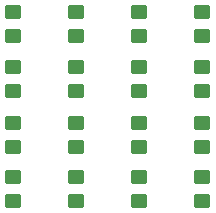
<source format=gbr>
%TF.GenerationSoftware,KiCad,Pcbnew,(6.0.2)*%
%TF.CreationDate,2022-06-08T23:24:18-05:00*%
%TF.ProjectId,UnoMiniCube,556e6f4d-696e-4694-9375-62652e6b6963,rev?*%
%TF.SameCoordinates,Original*%
%TF.FileFunction,Paste,Bot*%
%TF.FilePolarity,Positive*%
%FSLAX46Y46*%
G04 Gerber Fmt 4.6, Leading zero omitted, Abs format (unit mm)*
G04 Created by KiCad (PCBNEW (6.0.2)) date 2022-06-08 23:24:18*
%MOMM*%
%LPD*%
G01*
G04 APERTURE LIST*
G04 Aperture macros list*
%AMRoundRect*
0 Rectangle with rounded corners*
0 $1 Rounding radius*
0 $2 $3 $4 $5 $6 $7 $8 $9 X,Y pos of 4 corners*
0 Add a 4 corners polygon primitive as box body*
4,1,4,$2,$3,$4,$5,$6,$7,$8,$9,$2,$3,0*
0 Add four circle primitives for the rounded corners*
1,1,$1+$1,$2,$3*
1,1,$1+$1,$4,$5*
1,1,$1+$1,$6,$7*
1,1,$1+$1,$8,$9*
0 Add four rect primitives between the rounded corners*
20,1,$1+$1,$2,$3,$4,$5,0*
20,1,$1+$1,$4,$5,$6,$7,0*
20,1,$1+$1,$6,$7,$8,$9,0*
20,1,$1+$1,$8,$9,$2,$3,0*%
G04 Aperture macros list end*
%ADD10RoundRect,0.250000X-0.450000X0.350000X-0.450000X-0.350000X0.450000X-0.350000X0.450000X0.350000X0*%
%ADD11RoundRect,0.250000X0.450000X-0.350000X0.450000X0.350000X-0.450000X0.350000X-0.450000X-0.350000X0*%
G04 APERTURE END LIST*
D10*
%TO.C,R14*%
X149098000Y-95885000D03*
X149098000Y-97885000D03*
%TD*%
%TO.C,R16*%
X165100000Y-95901000D03*
X165100000Y-97901000D03*
%TD*%
D11*
%TO.C,R6*%
X154432000Y-88612000D03*
X154432000Y-86612000D03*
%TD*%
%TO.C,R1*%
X165100000Y-88612000D03*
X165100000Y-86612000D03*
%TD*%
D10*
%TO.C,R18*%
X154432000Y-91329000D03*
X154432000Y-93329000D03*
%TD*%
D11*
%TO.C,R12*%
X149098000Y-83915000D03*
X149098000Y-81915000D03*
%TD*%
D10*
%TO.C,R5*%
X159766000Y-91329000D03*
X159766000Y-93329000D03*
%TD*%
D11*
%TO.C,R3*%
X159766000Y-88612000D03*
X159766000Y-86612000D03*
%TD*%
%TO.C,R2*%
X165100000Y-83931000D03*
X165100000Y-81931000D03*
%TD*%
D10*
%TO.C,R17*%
X159766000Y-95885000D03*
X159766000Y-97885000D03*
%TD*%
%TO.C,R15*%
X165100000Y-91329000D03*
X165100000Y-93329000D03*
%TD*%
%TO.C,R19*%
X154432000Y-95901000D03*
X154432000Y-97901000D03*
%TD*%
%TO.C,R13*%
X149098000Y-91345000D03*
X149098000Y-93345000D03*
%TD*%
D11*
%TO.C,R11*%
X149098000Y-88612000D03*
X149098000Y-86612000D03*
%TD*%
%TO.C,R7*%
X154432000Y-83947000D03*
X154432000Y-81947000D03*
%TD*%
%TO.C,R4*%
X159766000Y-83947000D03*
X159766000Y-81947000D03*
%TD*%
M02*

</source>
